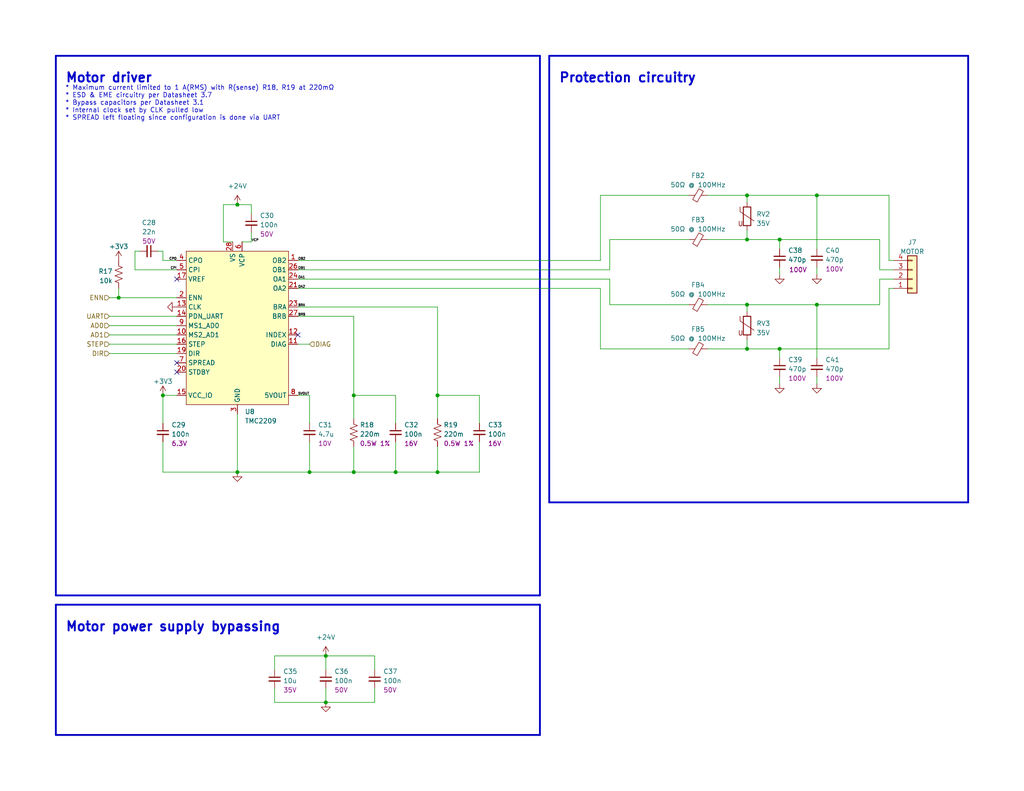
<source format=kicad_sch>
(kicad_sch (version 20211123) (generator eeschema)
  (paper "USLetter")
  (title_block (title "Jellyfish") (date "2022-10-14") (rev "v1") (company "Winterbloom") (comment 1 "Alethea Flowers") (comment 2 "CERN-OHL-S V2") (comment 3 "jellyfish.wntr.dev"))
  (lib_symbols
    (symbol "Connector_Generic:Conn_01x04" (pin_names (offset 1.016) hide)
      (property "Reference" "J" (at 0 5.08 0))
      (property "Value" "Conn_01x04" (at 0 -7.62 0))
      (symbol "Conn_01x04_1_1"
        (rectangle (start -1.27 -4.953) (end 0 -5.207) (stroke (width 0.1524)))
        (rectangle (start -1.27 -2.413) (end 0 -2.667) (stroke (width 0.1524)))
        (rectangle (start -1.27 0.127) (end 0 -0.127) (stroke (width 0.1524)))
        (rectangle (start -1.27 2.667) (end 0 2.413) (stroke (width 0.1524)))
        (rectangle (start -1.27 3.81) (end 1.27 -6.35) (stroke (width 0.254)) (fill (type background)))
        (pin passive line (at -5.08 2.54 0) (length 3.81) (name "Pin_1") (number "1"))
        (pin passive line (at -5.08 0 0) (length 3.81) (name "Pin_2") (number "2"))
        (pin passive line (at -5.08 -2.54 0) (length 3.81) (name "Pin_3") (number "3"))
        (pin passive line (at -5.08 -5.08 0) (length 3.81) (name "Pin_4") (number "4"))
      )
    )
    (symbol "Device:C_Small" (pin_numbers hide) (pin_names (offset 0.254) hide)
      (property "Reference" "C" (at 0.254 1.778 0))
      (property "Value" "C_Small" (at 0.254 -2.032 0))
      (symbol "C_Small_0_1"
        (polyline (pts (xy -1.524 -0.508) (xy 1.524 -0.508)) (stroke (width 0.3302)))
        (polyline (pts (xy -1.524 0.508) (xy 1.524 0.508)) (stroke (width 0.3048)))
      )
      (symbol "C_Small_1_1"
        (pin passive line (at 0 2.54 270) (length 2.032) (name "~") (number "1"))
        (pin passive line (at 0 -2.54 90) (length 2.032) (name "~") (number "2"))
      )
    )
    (symbol "Device:FerriteBead_Small" (pin_numbers hide) (pin_names (offset 0))
      (property "Reference" "FB" (at 1.905 1.27 0))
      (property "Value" "FerriteBead_Small" (at 1.905 -1.27 0))
      (symbol "FerriteBead_Small_0_1"
        (polyline (pts (xy 0 -1.27) (xy 0 -0.7874)))
        (polyline (pts (xy 0 0.889) (xy 0 1.2954)))
        (polyline (pts (xy -1.8288 0.2794) (xy -1.1176 1.4986) (xy 1.8288 -0.2032) (xy 1.1176 -1.4224) (xy -1.8288 0.2794)))
      )
      (symbol "FerriteBead_Small_1_1"
        (pin passive line (at 0 2.54 270) (length 1.27) (name "~") (number "1"))
        (pin passive line (at 0 -2.54 90) (length 1.27) (name "~") (number "2"))
      )
    )
    (symbol "Device:R_US" (pin_numbers hide) (pin_names (offset 0))
      (property "Reference" "R" (at 2.54 0 90))
      (property "Value" "R_US" (at -2.54 0 90))
      (symbol "R_US_0_1"
        (polyline (pts (xy 0 -2.286) (xy 0 -2.54)))
        (polyline (pts (xy 0 2.286) (xy 0 2.54)))
        (polyline (pts (xy 0 -0.762) (xy 1.016 -1.143) (xy 0 -1.524) (xy -1.016 -1.905) (xy 0 -2.286)))
        (polyline (pts (xy 0 0.762) (xy 1.016 0.381) (xy 0 0) (xy -1.016 -0.381) (xy 0 -0.762)))
        (polyline (pts (xy 0 2.286) (xy 1.016 1.905) (xy 0 1.524) (xy -1.016 1.143) (xy 0 0.762)))
      )
      (symbol "R_US_1_1"
        (pin passive line (at 0 3.81 270) (length 1.27) (name "~") (number "1"))
        (pin passive line (at 0 -3.81 90) (length 1.27) (name "~") (number "2"))
      )
    )
    (symbol "Device:Varistor" (pin_numbers hide) (pin_names (offset 0))
      (property "Reference" "RV" (at 3.175 0 90))
      (property "Value" "Varistor" (at -3.175 0 90))
      (symbol "Varistor_0_0"
        (text "U" (at -1.778 -2.032 0) (effects (font (size 1.27 1.27))))
      )
      (symbol "Varistor_0_1"
        (rectangle (start -1.016 -2.54) (end 1.016 2.54) (stroke (width 0.254)))
        (polyline (pts (xy -1.905 2.54) (xy -1.905 1.27) (xy 1.905 -1.27)))
      )
      (symbol "Varistor_1_1"
        (pin passive line (at 0 3.81 270) (length 1.27) (name "~") (number "1"))
        (pin passive line (at 0 -3.81 90) (length 1.27) (name "~") (number "2"))
      )
    )
    (symbol "power:+24V" (power) (pin_names (offset 0))
      (property "Value" "+24V" (at 0 3.556 0))
      (symbol "+24V_0_1"
        (polyline (pts (xy -0.762 1.27) (xy 0 2.54)))
        (polyline (pts (xy 0 0) (xy 0 2.54)))
        (polyline (pts (xy 0 2.54) (xy 0.762 1.27)))
      )
      (symbol "+24V_1_1"
        (pin power_in line (at 0 0 90) (length 0) hide (name "+24V") (number "1"))
      )
    )
    (symbol "power:+3V3" (power) (pin_names (offset 0))
      (property "Value" "+3V3" (at 0 3.556 0))
      (symbol "+3V3_0_1"
        (polyline (pts (xy -0.762 1.27) (xy 0 2.54)))
        (polyline (pts (xy 0 0) (xy 0 2.54)))
        (polyline (pts (xy 0 2.54) (xy 0.762 1.27)))
      )
      (symbol "+3V3_1_1"
        (pin power_in line (at 0 0 90) (length 0) hide (name "+3V3") (number "1"))
      )
    )
    (symbol "power:GND" (power) (pin_names (offset 0))
      (property "Value" "GND" (at 0 -3.81 0))
      (symbol "GND_0_1"
        (polyline (pts (xy 0 0) (xy 0 -1.27) (xy 1.27 -1.27) (xy 0 -2.54) (xy -1.27 -1.27) (xy 0 -1.27)))
      )
      (symbol "GND_1_1"
        (pin power_in line (at 0 0 270) (length 0) hide (name "GND") (number "1"))
      )
    )
    (symbol "winterbloom:TMC2209"
      (property "Reference" "U" (at 12.7 -21.59 0))
      (property "Value" "TMC2209" (at -10.16 22.86 0))
      (symbol "TMC2209_0_0"
        (pin output line (at 16.51 19.05 180) (length 2.54) (name "OB2") (number "1"))
        (pin input line (at -16.51 -1.27 0) (length 2.54) (name "MS2_AD1") (number "10"))
        (pin output line (at 16.51 -3.81 180) (length 2.54) (name "DIAG") (number "11"))
        (pin output line (at 16.51 -1.27 180) (length 2.54) (name "INDEX") (number "12"))
        (pin input line (at -16.51 6.35 0) (length 2.54) (name "CLK") (number "13"))
        (pin bidirectional line (at -16.51 3.81 0) (length 2.54) (name "PDN_UART") (number "14"))
        (pin power_in line (at -16.51 -17.78 0) (length 2.54) (name "VCC_IO") (number "15"))
        (pin input line (at -16.51 -3.81 0) (length 2.54) (name "STEP") (number "16"))
        (pin input line (at -16.51 13.97 0) (length 2.54) (name "VREF") (number "17"))
        (pin power_in line (at 0 -22.86 90) (length 2.54) hide (name "GND") (number "18"))
        (pin input line (at -16.51 -6.35 0) (length 2.54) (name "DIR") (number "19"))
        (pin input line (at -16.51 8.89 0) (length 2.54) (name "ENN") (number "2"))
        (pin input line (at -16.51 -11.43 0) (length 2.54) (name "STDBY") (number "20"))
        (pin output line (at 16.51 11.43 180) (length 2.54) (name "OA2") (number "21"))
        (pin power_in line (at -1.27 24.13 270) (length 2.54) hide (name "VS") (number "22"))
        (pin passive line (at 16.51 6.35 180) (length 2.54) (name "BRA") (number "23"))
        (pin output line (at 16.51 13.97 180) (length 2.54) (name "OA1") (number "24"))
        (pin power_in line (at 0 -22.86 90) (length 2.54) hide (name "GND") (number "25"))
        (pin output line (at 16.51 16.51 180) (length 2.54) (name "OB1") (number "26"))
        (pin passive line (at 16.51 3.81 180) (length 2.54) (name "BRB") (number "27"))
        (pin power_in line (at -1.27 24.13 270) (length 2.54) (name "VS") (number "28"))
        (pin power_in line (at 0 -22.86 90) (length 2.54) hide (name "PAD") (number "29"))
        (pin power_in line (at 0 -22.86 90) (length 2.54) (name "GND") (number "3"))
        (pin passive line (at -16.51 19.05 0) (length 2.54) (name "CPO") (number "4"))
        (pin passive line (at -16.51 16.51 0) (length 2.54) (name "CPI") (number "5"))
        (pin passive line (at 1.27 24.13 270) (length 2.54) (name "VCP") (number "6"))
        (pin passive line (at -16.51 -8.89 0) (length 2.54) (name "SPREAD") (number "7"))
        (pin power_out line (at 16.51 -17.78 180) (length 2.54) (name "5VOUT") (number "8"))
        (pin input line (at -16.51 1.27 0) (length 2.54) (name "MS1_AD0") (number "9"))
      )
      (symbol "TMC2209_0_1"
        (rectangle (start -13.97 21.59) (end 13.97 -20.32) (fill (type background)))
      )
    )
  )
  (junction (at 212.725 95.25))
  (junction (at 203.835 65.405))
  (junction (at 203.835 53.34))
  (junction (at 84.455 128.905))
  (junction (at 222.885 83.185))
  (junction (at 44.45 107.95))
  (junction (at 203.835 95.25))
  (junction (at 212.725 65.405))
  (junction (at 96.52 107.95))
  (junction (at 107.95 128.905))
  (junction (at 32.385 81.28))
  (junction (at 88.9 191.77))
  (junction (at 119.38 107.95))
  (junction (at 203.835 83.185))
  (junction (at 96.52 128.905))
  (junction (at 88.9 179.07))
  (junction (at 222.885 53.34))
  (junction (at 119.38 128.905))
  (junction (at 64.77 128.905))
  (junction (at 64.77 55.88))
  (no_connect (at 48.26 76.2))
  (no_connect (at 81.28 91.44))
  (no_connect (at 48.26 99.06))
  (no_connect (at 48.26 101.6))
  (wire (pts (xy 44.45 115.57) (xy 44.45 107.95)))
  (wire (pts (xy 74.93 187.96) (xy 74.93 191.77)))
  (wire (pts (xy 242.57 71.12) (xy 242.57 53.34)))
  (wire (pts (xy 88.9 187.96) (xy 88.9 191.77)))
  (wire (pts (xy 81.28 86.36) (xy 96.52 86.36)))
  (wire (pts (xy 166.37 65.405) (xy 166.37 73.66)))
  (wire (pts (xy 166.37 83.185) (xy 166.37 76.2)))
  (polyline (pts (xy 15.24 165.1) (xy 147.32 165.1)) (stroke (width 0.5) (type solid)))
  (wire (pts (xy 107.95 128.905) (xy 96.52 128.905)))
  (polyline (pts (xy 147.32 200.66) (xy 15.24 200.66)) (stroke (width 0.5) (type solid)))
  (wire (pts (xy 96.52 107.95) (xy 107.95 107.95)))
  (wire (pts (xy 81.28 83.82) (xy 119.38 83.82)))
  (wire (pts (xy 187.96 53.34) (xy 163.83 53.34)))
  (polyline (pts (xy 147.32 165.1) (xy 147.32 200.66)) (stroke (width 0.5) (type solid)))
  (wire (pts (xy 243.84 78.74) (xy 242.57 78.74)))
  (wire (pts (xy 240.03 76.2) (xy 243.84 76.2)))
  (wire (pts (xy 203.835 53.34) (xy 203.835 55.245)))
  (wire (pts (xy 119.38 128.905) (xy 130.81 128.905)))
  (wire (pts (xy 29.845 88.9) (xy 48.26 88.9)))
  (wire (pts (xy 193.04 95.25) (xy 203.835 95.25)))
  (polyline (pts (xy 264.16 137.16) (xy 149.86 137.16)) (stroke (width 0.5) (type solid)))
  (wire (pts (xy 119.38 128.905) (xy 107.95 128.905)))
  (wire (pts (xy 240.03 83.185) (xy 240.03 76.2)))
  (wire (pts (xy 84.455 128.905) (xy 96.52 128.905)))
  (wire (pts (xy 119.38 107.95) (xy 119.38 114.3)))
  (wire (pts (xy 119.38 107.95) (xy 130.81 107.95)))
  (wire (pts (xy 203.835 83.185) (xy 222.885 83.185)))
  (wire (pts (xy 60.96 55.88) (xy 60.96 66.04)))
  (wire (pts (xy 36.83 68.58) (xy 36.83 73.66)))
  (polyline (pts (xy 147.32 162.56) (xy 15.24 162.56)) (stroke (width 0.5) (type solid)))
  (wire (pts (xy 187.96 65.405) (xy 166.37 65.405)))
  (wire (pts (xy 193.04 53.34) (xy 203.835 53.34)))
  (wire (pts (xy 240.03 65.405) (xy 240.03 73.66)))
  (wire (pts (xy 222.885 104.775) (xy 222.885 102.87)))
  (wire (pts (xy 32.385 81.28) (xy 48.26 81.28)))
  (wire (pts (xy 81.28 71.12) (xy 163.83 71.12)))
  (wire (pts (xy 222.885 74.93) (xy 222.885 73.025)))
  (wire (pts (xy 96.52 107.95) (xy 96.52 114.3)))
  (wire (pts (xy 107.95 107.95) (xy 107.95 115.57)))
  (polyline (pts (xy 149.86 15.24) (xy 149.86 137.16)) (stroke (width 0.5) (type solid)))
  (wire (pts (xy 81.28 76.2) (xy 166.37 76.2)))
  (wire (pts (xy 187.96 83.185) (xy 166.37 83.185)))
  (polyline (pts (xy 149.86 15.24) (xy 264.16 15.24)) (stroke (width 0.5) (type solid)))
  (wire (pts (xy 60.96 55.88) (xy 64.77 55.88)))
  (wire (pts (xy 84.455 120.65) (xy 84.455 128.905)))
  (wire (pts (xy 193.04 83.185) (xy 203.835 83.185)))
  (wire (pts (xy 36.83 73.66) (xy 48.26 73.66)))
  (wire (pts (xy 130.81 107.95) (xy 130.81 115.57)))
  (polyline (pts (xy 147.32 15.24) (xy 147.32 162.56)) (stroke (width 0.5) (type solid)))
  (wire (pts (xy 222.885 53.34) (xy 242.57 53.34)))
  (wire (pts (xy 29.845 86.36) (xy 48.26 86.36)))
  (wire (pts (xy 96.52 121.92) (xy 96.52 128.905)))
  (wire (pts (xy 203.835 92.71) (xy 203.835 95.25)))
  (wire (pts (xy 74.93 179.07) (xy 88.9 179.07)))
  (wire (pts (xy 102.235 191.77) (xy 102.235 187.96)))
  (wire (pts (xy 203.835 83.185) (xy 203.835 85.09)))
  (wire (pts (xy 187.96 95.25) (xy 163.83 95.25)))
  (wire (pts (xy 29.845 81.28) (xy 32.385 81.28)))
  (wire (pts (xy 48.26 71.12) (xy 44.45 71.12)))
  (wire (pts (xy 96.52 86.36) (xy 96.52 107.95)))
  (wire (pts (xy 84.455 107.95) (xy 84.455 115.57)))
  (wire (pts (xy 29.845 96.52) (xy 48.26 96.52)))
  (wire (pts (xy 84.455 107.95) (xy 81.28 107.95)))
  (wire (pts (xy 203.835 95.25) (xy 212.725 95.25)))
  (wire (pts (xy 212.725 95.25) (xy 212.725 97.79)))
  (wire (pts (xy 74.93 191.77) (xy 88.9 191.77)))
  (wire (pts (xy 193.04 65.405) (xy 203.835 65.405)))
  (wire (pts (xy 242.57 78.74) (xy 242.57 95.25)))
  (wire (pts (xy 163.83 53.34) (xy 163.83 71.12)))
  (wire (pts (xy 60.96 66.04) (xy 63.5 66.04)))
  (wire (pts (xy 212.725 74.93) (xy 212.725 73.025)))
  (wire (pts (xy 240.03 73.66) (xy 243.84 73.66)))
  (polyline (pts (xy 15.24 165.1) (xy 15.24 200.66)) (stroke (width 0.5) (type solid)))
  (wire (pts (xy 212.725 65.405) (xy 240.03 65.405)))
  (wire (pts (xy 44.45 71.12) (xy 44.45 68.58)))
  (wire (pts (xy 107.95 120.65) (xy 107.95 128.905)))
  (wire (pts (xy 64.77 128.905) (xy 44.45 128.905)))
  (wire (pts (xy 74.93 179.07) (xy 74.93 182.88)))
  (wire (pts (xy 38.1 68.58) (xy 36.83 68.58)))
  (wire (pts (xy 68.58 55.88) (xy 68.58 58.42)))
  (wire (pts (xy 44.45 107.95) (xy 48.26 107.95)))
  (wire (pts (xy 44.45 128.905) (xy 44.45 120.65)))
  (wire (pts (xy 222.885 83.185) (xy 240.03 83.185)))
  (wire (pts (xy 32.385 78.74) (xy 32.385 81.28)))
  (wire (pts (xy 222.885 67.945) (xy 222.885 53.34)))
  (wire (pts (xy 212.725 65.405) (xy 212.725 67.945)))
  (wire (pts (xy 64.77 113.03) (xy 64.77 128.905)))
  (wire (pts (xy 88.9 191.77) (xy 102.235 191.77)))
  (wire (pts (xy 81.28 78.74) (xy 163.83 78.74)))
  (polyline (pts (xy 15.24 15.24) (xy 15.24 162.56)) (stroke (width 0.5) (type solid)))
  (wire (pts (xy 84.455 128.905) (xy 64.77 128.905)))
  (wire (pts (xy 222.885 83.185) (xy 222.885 97.79)))
  (wire (pts (xy 81.28 93.98) (xy 84.455 93.98)))
  (wire (pts (xy 212.725 104.775) (xy 212.725 102.87)))
  (wire (pts (xy 203.835 53.34) (xy 222.885 53.34)))
  (wire (pts (xy 163.83 95.25) (xy 163.83 78.74)))
  (wire (pts (xy 29.845 91.44) (xy 48.26 91.44)))
  (wire (pts (xy 88.9 179.07) (xy 102.235 179.07)))
  (wire (pts (xy 203.835 65.405) (xy 212.725 65.405)))
  (wire (pts (xy 44.45 68.58) (xy 43.18 68.58)))
  (wire (pts (xy 64.77 55.88) (xy 68.58 55.88)))
  (wire (pts (xy 119.38 83.82) (xy 119.38 107.95)))
  (wire (pts (xy 68.58 63.5) (xy 68.58 66.04)))
  (wire (pts (xy 81.28 73.66) (xy 166.37 73.66)))
  (wire (pts (xy 88.9 179.07) (xy 88.9 182.88)))
  (wire (pts (xy 29.845 93.98) (xy 48.26 93.98)))
  (wire (pts (xy 68.58 66.04) (xy 66.04 66.04)))
  (wire (pts (xy 119.38 121.92) (xy 119.38 128.905)))
  (polyline (pts (xy 264.16 15.24) (xy 264.16 137.16)) (stroke (width 0.5) (type solid)))
  (wire (pts (xy 243.84 71.12) (xy 242.57 71.12)))
  (wire (pts (xy 130.81 128.905) (xy 130.81 120.65)))
  (wire (pts (xy 102.235 179.07) (xy 102.235 182.88)))
  (wire (pts (xy 203.835 62.865) (xy 203.835 65.405)))
  (wire (pts (xy 212.725 95.25) (xy 242.57 95.25)))
  (polyline (pts (xy 15.24 15.24) (xy 147.32 15.24)) (stroke (width 0.5) (type solid)))
  (text "Motor power supply bypassing" (at 17.78 172.72 0) (effects (font (size 2.54 2.54) (thickness 0.508) bold) (justify left bottom)))
  (text "* Maximum current limited to 1 A(RMS) with R(sense) R18, R19 at 220mΩ\n* ESD & EME circuitry per Datasheet 3.7\n* Bypass capacitors per Datasheet 3.1\n* Internal clock set by CLK pulled low\n* SPREAD left floating since configuration is done via UART" (at 17.78 33.02 0) (effects (font (size 1.27 1.27)) (justify left bottom)))
  (text "Protection circuitry" (at 152.4 22.86 0) (effects (font (size 2.54 2.54) (thickness 0.508) bold) (justify left bottom)))
  (text "Motor driver" (at 17.78 22.86 0) (effects (font (size 2.54 2.54) (thickness 0.508) bold) (justify left bottom)))
  (label "OB1" (at 81.28 73.66 0) (effects (font (size 0.64 0.64))))
  (label "CPI" (at 48.26 73.66 180) (effects (font (size 0.64 0.64))))
  (label "BRA" (at 81.28 83.82 0) (effects (font (size 0.64 0.64))))
  (label "5VOUT" (at 81.28 107.95 0) (effects (font (size 0.64 0.64))))
  (label "BRB" (at 81.28 86.36 0) (effects (font (size 0.64 0.64))))
  (label "OA1" (at 81.28 76.2 0) (effects (font (size 0.64 0.64))))
  (label "VCP" (at 68.58 66.04 0) (effects (font (size 0.64 0.64))))
  (label "OA2" (at 81.28 78.74 0) (effects (font (size 0.64 0.64))))
  (label "OB2" (at 81.28 71.12 0) (effects (font (size 0.64 0.64))))
  (label "CPO" (at 48.26 71.12 180) (effects (font (size 0.64 0.64))))
  (hierarchical_label "STEP" (shape input) (at 29.845 93.98 180))
  (hierarchical_label "UART" (shape input) (at 29.845 86.36 180))
  (hierarchical_label "DIR" (shape input) (at 29.845 96.52 180))
  (hierarchical_label "DIAG" (shape input) (at 84.455 93.98 0))
  (hierarchical_label "AD1" (shape input) (at 29.845 91.44 180))
  (hierarchical_label "AD0" (shape input) (at 29.845 88.9 180))
  (hierarchical_label "ENN" (shape input) (at 29.845 81.28 180))
  (symbol (lib_id "Device:R_US") (at 119.38 118.11 180) (unit 1)
    (property "Reference" "R19" (at 121.031 116.0069 0) (effects (justify right)))
    (property "Value" "220m" (at 121.031 118.5438 0) (effects (justify right)))
    (property "Footprint" "winterbloom:R_1206_HandSolder" (effects hide))
    (property "Rating" "0.5W 1%" (at 121.031 121.0807 0) (effects (justify right)))
    (property "mpn" "KDV12DR240ET" (effects hide))
  )
  (symbol (lib_id "Device:Varistor") (at 203.835 88.9 0) (unit 1)
    (property "Reference" "RV3" (at 206.375 88.3185 0) (effects (justify left)))
    (property "Value" "35V" (at 206.375 90.8554 0) (effects (justify left)))
    (property "Footprint" "winterbloom:R_0603_HandSolder" (effects hide))
    (property "mpn" "B72500D0300H060" (effects hide))
  )
  (symbol (lib_id "power:+3V3") (at 44.45 107.95 0) (unit 1)
    (property "Reference" "#PWR062" (effects hide))
    (property "Value" "+3V3" (at 44.45 104.14 0))
  )
  (symbol (lib_id "power:GND") (at 48.26 83.82 270) (unit 1)
    (property "Reference" "#PWR063" (effects hide))
    (property "Value" "GND" (effects hide))
  )
  (symbol (lib_id "Device:C_Small") (at 212.725 70.485 0) (unit 1)
    (property "Reference" "C38" (at 215.0491 68.3882 0) (effects (justify left)))
    (property "Value" "470p" (at 215.0491 70.9251 0) (effects (justify left)))
    (property "Footprint" "winterbloom:C_0603_HandSolder" (effects hide))
    (property "Rating" "100V" (at 215.265 73.66 0) (effects (justify left)))
    (property "mpn" "885342006005" (effects hide))
  )
  (symbol (lib_id "Device:C_Small") (at 40.64 68.58 270) (unit 1)
    (property "Reference" "C28" (at 40.6336 60.7813 90))
    (property "Value" "22n" (at 40.6336 63.3182 90))
    (property "Footprint" "winterbloom:C_0603_HandSolder" (effects hide))
    (property "Rating" "50V" (at 40.6336 65.8551 90))
    (property "mpn" "CL10B223KB8NNNC" (effects hide))
  )
  (symbol (lib_id "Device:C_Small") (at 74.93 185.42 0) (unit 1)
    (property "Reference" "C35" (at 77.2541 183.3232 0) (effects (justify left)))
    (property "Value" "10u" (at 77.2541 185.8601 0) (effects (justify left)))
    (property "Footprint" "winterbloom:C_1210_HandSolder" (effects hide))
    (property "Rating" "35V" (at 77.2541 188.397 0) (effects (justify left)))
    (property "mpn" "CL32B106KBJNNNE" (effects hide))
  )
  (symbol (lib_id "Device:C_Small") (at 212.725 100.33 0) (unit 1)
    (property "Reference" "C39" (at 215.0491 98.2332 0) (effects (justify left)))
    (property "Value" "470p" (at 215.0491 100.7701 0) (effects (justify left)))
    (property "Footprint" "winterbloom:C_0603_HandSolder" (effects hide))
    (property "Rating" "100V" (at 215.0491 103.307 0) (effects (justify left)))
    (property "mpn" "885342006005" (effects hide))
  )
  (symbol (lib_id "Device:FerriteBead_Small") (at 190.5 65.405 90) (unit 1)
    (property "Reference" "FB3" (at 190.4619 60.0034 90))
    (property "Value" "50Ω @ 100MHz" (at 190.4619 62.5403 90))
    (property "Footprint" "winterbloom:L_0603_HandSolder" (effects hide))
    (property "Rating" "2A" (effects hide))
    (property "mpn" "BLM18KG121TN1D" (effects hide))
  )
  (symbol (lib_id "Device:C_Small") (at 84.455 118.11 0) (unit 1)
    (property "Reference" "C31" (at 86.7791 116.0132 0) (effects (justify left)))
    (property "Value" "4.7u" (at 86.7791 118.5501 0) (effects (justify left)))
    (property "Footprint" "winterbloom:C_0603_HandSolder" (effects hide))
    (property "Rating" "10V" (at 86.7791 121.087 0) (effects (justify left)))
    (property "mpn" "CL10A475KP8NNNC" (effects hide))
  )
  (symbol (lib_id "Device:R_US") (at 96.52 118.11 180) (unit 1)
    (property "Reference" "R18" (at 98.171 116.0069 0) (effects (justify right)))
    (property "Value" "220m" (at 98.171 118.5438 0) (effects (justify right)))
    (property "Footprint" "winterbloom:R_1206_HandSolder" (effects hide))
    (property "Rating" "0.5W 1%" (at 98.171 121.0807 0) (effects (justify right)))
    (property "mpn" "KDV12DR240ET" (effects hide))
  )
  (symbol (lib_id "power:GND") (at 212.725 104.775 0) (unit 1)
    (property "Reference" "#PWR069" (effects hide))
    (property "Value" "GND" (effects hide))
  )
  (symbol (lib_id "winterbloom:TMC2209") (at 64.77 90.17 0) (unit 1)
    (property "Reference" "U8" (at 66.7894 112.3934 0) (effects (justify left)))
    (property "Value" "TMC2209" (at 66.7894 114.9303 0) (effects (justify left)))
    (property "Footprint" "winterbloom:TMC2209-LA" (effects hide))
    (property "mpn" "TMC2209-LA" (effects hide))
  )
  (symbol (lib_id "power:GND") (at 222.885 74.93 0) (unit 1)
    (property "Reference" "#PWR070" (effects hide))
    (property "Value" "GND" (effects hide))
  )
  (symbol (lib_id "Device:FerriteBead_Small") (at 190.5 95.25 90) (unit 1)
    (property "Reference" "FB5" (at 190.4619 89.8484 90))
    (property "Value" "50Ω @ 100MHz" (at 190.4619 92.3853 90))
    (property "Footprint" "winterbloom:L_0603_HandSolder" (effects hide))
    (property "Rating" "2A" (effects hide))
    (property "mpn" "BLM18KG121TN1D" (effects hide))
  )
  (symbol (lib_id "power:+3V3") (at 32.385 71.12 0) (unit 1)
    (property "Reference" "#PWR061" (effects hide))
    (property "Value" "+3V3" (at 32.385 67.31 0))
  )
  (symbol (lib_id "Device:C_Small") (at 107.95 118.11 0) (unit 1)
    (property "Reference" "C32" (at 110.2741 116.0132 0) (effects (justify left)))
    (property "Value" "100n" (at 110.2741 118.5501 0) (effects (justify left)))
    (property "Footprint" "winterbloom:C_0402_HandSolder" (effects hide))
    (property "Rating" "16V" (at 110.2741 121.087 0) (effects (justify left)))
    (property "mpn" "CL05A104KA5NNNC" (effects hide))
  )
  (symbol (lib_id "power:GND") (at 222.885 104.775 0) (unit 1)
    (property "Reference" "#PWR071" (effects hide))
    (property "Value" "GND" (effects hide))
  )
  (symbol (lib_id "Device:FerriteBead_Small") (at 190.5 83.185 90) (unit 1)
    (property "Reference" "FB4" (at 190.4619 77.7834 90))
    (property "Value" "50Ω @ 100MHz" (at 190.4619 80.3203 90))
    (property "Footprint" "winterbloom:L_0603_HandSolder" (effects hide))
    (property "Rating" "2A" (effects hide))
    (property "mpn" "BLM18KG121TN1D" (effects hide))
  )
  (symbol (lib_id "power:GND") (at 212.725 74.93 0) (unit 1)
    (property "Reference" "#PWR068" (effects hide))
    (property "Value" "GND" (effects hide))
  )
  (symbol (lib_id "Device:C_Small") (at 222.885 70.485 0) (unit 1)
    (property "Reference" "C40" (at 225.2091 68.3882 0) (effects (justify left)))
    (property "Value" "470p" (at 225.2091 70.9251 0) (effects (justify left)))
    (property "Footprint" "winterbloom:C_0603_HandSolder" (effects hide))
    (property "Rating" "100V" (at 225.2091 73.462 0) (effects (justify left)))
    (property "mpn" "885342006005" (effects hide))
  )
  (symbol (lib_id "Device:R_US") (at 32.385 74.93 180) (unit 1)
    (property "Reference" "R17" (at 30.734 74.0953 0) (effects (justify left)))
    (property "Value" "10k" (at 30.734 76.6322 0) (effects (justify left)))
    (property "Footprint" "winterbloom:R_0402_HandSolder" (effects hide))
    (property "mpn" "RC0402JR-0710KL" (effects hide))
    (property "Rating" "63mW" (effects hide))
  )
  (symbol (lib_id "Connector_Generic:Conn_01x04") (at 248.92 76.2 0) (mirror x) (unit 1)
    (property "Reference" "J7" (at 248.92 66.1502 0))
    (property "Value" "MOTOR" (at 248.92 68.6871 0))
    (property "Footprint" "winterbloom:JST_XH_B4B-XH-AM_1x04_P2.50mm_Vertical" (effects hide))
    (property "mpn" "B4B-XH-AM" (effects hide))
  )
  (symbol (lib_id "Device:FerriteBead_Small") (at 190.5 53.34 90) (unit 1)
    (property "Reference" "FB2" (at 190.4619 47.9384 90))
    (property "Value" "50Ω @ 100MHz" (at 190.4619 50.4753 90))
    (property "Footprint" "winterbloom:L_0603_HandSolder" (effects hide))
    (property "Rating" "2A" (effects hide))
    (property "mpn" "BLM18KG121TN1D" (effects hide))
  )
  (symbol (lib_id "Device:Varistor") (at 203.835 59.055 0) (unit 1)
    (property "Reference" "RV2" (at 206.375 58.4735 0) (effects (justify left)))
    (property "Value" "35V" (at 206.375 61.0104 0) (effects (justify left)))
    (property "Footprint" "winterbloom:R_0603_HandSolder" (effects hide))
    (property "mpn" "B72500D0300H060" (effects hide))
  )
  (symbol (lib_id "power:GND") (at 64.77 128.905 0) (unit 1)
    (property "Reference" "#PWR065" (effects hide))
    (property "Value" "GND" (effects hide))
  )
  (symbol (lib_id "Device:C_Small") (at 130.81 118.11 0) (unit 1)
    (property "Reference" "C33" (at 133.1341 116.0132 0) (effects (justify left)))
    (property "Value" "100n" (at 133.1341 118.5501 0) (effects (justify left)))
    (property "Footprint" "winterbloom:C_0402_HandSolder" (effects hide))
    (property "Rating" "16V" (at 133.1341 121.087 0) (effects (justify left)))
    (property "mpn" "CL05A104KA5NNNC" (effects hide))
  )
  (symbol (lib_id "power:GND") (at 88.9 191.77 0) (unit 1)
    (property "Reference" "#PWR067" (effects hide))
    (property "Value" "GND" (effects hide))
  )
  (symbol (lib_id "Device:C_Small") (at 102.235 185.42 0) (unit 1)
    (property "Reference" "C37" (at 104.5591 183.3232 0) (effects (justify left)))
    (property "Value" "100n" (at 104.5591 185.8601 0) (effects (justify left)))
    (property "Footprint" "winterbloom:C_0603_HandSolder" (effects hide))
    (property "Rating" "50V" (at 104.5591 188.397 0) (effects (justify left)))
    (property "mpn" "CL10B104KB8NNWC" (effects hide))
  )
  (symbol (lib_id "Device:C_Small") (at 88.9 185.42 0) (unit 1)
    (property "Reference" "C36" (at 91.2241 183.3232 0) (effects (justify left)))
    (property "Value" "100n" (at 91.2241 185.8601 0) (effects (justify left)))
    (property "Footprint" "winterbloom:C_0603_HandSolder" (effects hide))
    (property "Rating" "50V" (at 91.2241 188.397 0) (effects (justify left)))
    (property "mpn" "CL10B104KB8NNWC" (effects hide))
  )
  (symbol (lib_id "power:+24V") (at 88.9 179.07 0) (unit 1)
    (property "Reference" "#PWR0132" (effects hide))
    (property "Value" "+24V" (at 88.9 173.99 0))
  )
  (symbol (lib_id "power:+24V") (at 64.77 55.88 0) (unit 1)
    (property "Reference" "#PWR0129" (effects hide))
    (property "Value" "+24V" (at 64.77 50.8 0))
  )
  (symbol (lib_id "Device:C_Small") (at 68.58 60.96 0) (unit 1)
    (property "Reference" "C30" (at 70.9041 58.8632 0) (effects (justify left)))
    (property "Value" "100n" (at 70.9041 61.4001 0) (effects (justify left)))
    (property "Footprint" "winterbloom:C_0603_HandSolder" (effects hide))
    (property "Rating" "50V" (at 70.9041 63.937 0) (effects (justify left)))
    (property "mpn" "CL10B104KB8NNWC" (effects hide))
  )
  (symbol (lib_id "Device:C_Small") (at 222.885 100.33 0) (unit 1)
    (property "Reference" "C41" (at 225.2091 98.2332 0) (effects (justify left)))
    (property "Value" "470p" (at 225.2091 100.7701 0) (effects (justify left)))
    (property "Footprint" "winterbloom:C_0603_HandSolder" (effects hide))
    (property "Rating" "100V" (at 225.2091 103.307 0) (effects (justify left)))
    (property "mpn" "885342006005" (effects hide))
  )
  (symbol (lib_id "Device:C_Small") (at 44.45 118.11 0) (unit 1)
    (property "Reference" "C29" (at 46.7741 116.0132 0) (effects (justify left)))
    (property "Value" "100n" (at 46.7741 118.5501 0) (effects (justify left)))
    (property "Footprint" "winterbloom:C_0402_HandSolder" (effects hide))
    (property "Rating" "6.3V" (at 46.7741 121.087 0) (effects (justify left)))
    (property "mpn" "CL05A104KA5NNNC" (effects hide))
  )
)
</source>
